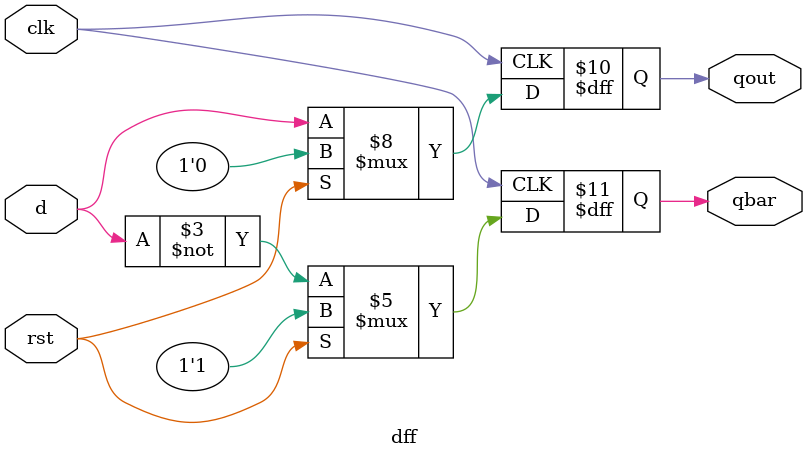
<source format=v>
`timescale 1ns / 1ps
module dff(
    input d,
	 input clk,rst,
    output reg qout,qbar);
always@(posedge clk)
begin
if(rst==1'b1) begin
qout= 1'b0;
qbar= 1'b1; end

else begin
qout= d;
qbar=~d;
end

end
endmodule

</source>
